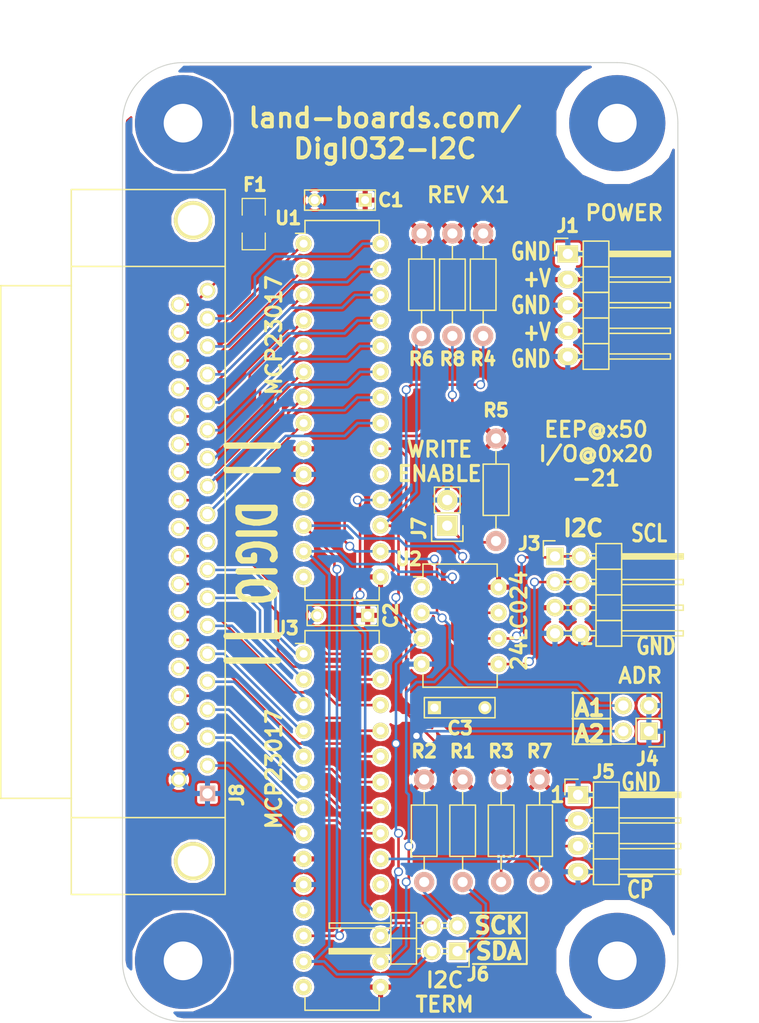
<source format=kicad_pcb>
(kicad_pcb (version 4) (host pcbnew "(after 2015-mar-04 BZR unknown)-product")
  (title_block (title "8-Channel Opto-Isolated Output I2C") (rev X1) (company land-boards.com))
  (layers (0 F.Cu signal) (31 B.Cu signal) (36 B.SilkS user) (37 F.SilkS user) (38 B.Mask user) (39 F.Mask user) (44 Edge.Cuts user))
  (net 0 "")
  (net 1 /A1)
  (net 2 /A2)
  (net 3 /SCL)
  (net 4 /SDA)
  (net 5 /VCC)
  (net 6 GND)
  (net 7 /RST)
  (net 8 /F5V)
  (net 9 "Net-(J6-Pad1)")
  (net 10 "Net-(J6-Pad3)")
  (net 11 "Net-(J7-Pad1)")
  (net 12 "Net-(J8-Pad11)")
  (net 13 "Net-(J8-Pad15)")
  (net 14 "Net-(J8-Pad16)")
  (net 15 "Net-(J8-Pad17)")
  (net 16 "Net-(J8-Pad18)")
  (net 17 "Net-(J8-Pad12)")
  (net 18 "Net-(J8-Pad13)")
  (net 19 "Net-(J8-Pad14)")
  (net 20 "Net-(J8-Pad29)")
  (net 21 "Net-(J8-Pad30)")
  (net 22 "Net-(J8-Pad31)")
  (net 23 "Net-(J8-Pad32)")
  (net 24 "Net-(J8-Pad33)")
  (net 25 "Net-(J8-Pad34)")
  (net 26 "Net-(J8-Pad35)")
  (net 27 "Net-(J8-Pad36)")
  (net 28 "Net-(J8-Pad2)")
  (net 29 "Net-(J8-Pad3)")
  (net 30 "Net-(J8-Pad4)")
  (net 31 "Net-(J8-Pad5)")
  (net 32 "Net-(J8-Pad6)")
  (net 33 "Net-(J8-Pad7)")
  (net 34 "Net-(J8-Pad8)")
  (net 35 "Net-(J8-Pad9)")
  (net 36 "Net-(J8-Pad21)")
  (net 37 "Net-(J8-Pad22)")
  (net 38 "Net-(J8-Pad23)")
  (net 39 "Net-(J8-Pad24)")
  (net 40 "Net-(J8-Pad25)")
  (net 41 "Net-(J8-Pad26)")
  (net 42 "Net-(J8-Pad27)")
  (net 43 "Net-(J8-Pad28)")
  (net 44 /INT0)
  (net 45 /INT1)
  (module MTG-6-32 (layer F.Cu) (at 16 16 180)
    (fp_text reference MTG4 hide)
    (fp_text value MTG_HOLE hide)
    (pad 1 thru_hole circle (at 0 0 180) (size 9.525 9.525) (drill 3.8354) (layers *.Cu *.Mask))
  )
  (module MTG-6-32 (layer F.Cu) (at 59 16 180)
    (fp_text reference MTG3 hide)
    (fp_text value MTG_HOLE hide)
    (pad 1 thru_hole circle (at 0 0 180) (size 9.525 9.525) (drill 3.8354) (layers *.Cu *.Mask) (clearance 1.27))
  )
  (module MTG-6-32 (layer F.Cu) (at 16 99 180)
    (fp_text reference MTG2 hide)
    (fp_text value MTG_HOLE hide)
    (pad 1 thru_hole circle (at 0 0 180) (size 9.525 9.525) (drill 3.8354) (layers *.Cu *.Mask))
  )
  (module MTG-6-32 (layer F.Cu) (at 59 99 180)
    (fp_text reference MTG1 hide)
    (fp_text value MTG_HOLE hide)
    (pad 1 thru_hole circle (at 0 0 180) (size 9.525 9.525) (drill 3.8354) (layers *.Cu *.Mask) (clearance 1.27))
  )
  (module SM1206 (layer F.Cu) (at 23 26 270)
    (fp_text reference F1 (at -3.902 -0.114 360) (layer F.SilkS) (effects (font (size 1.27 1.27) (thickness 0.3175))))
    (fp_text value FUSE hide)
    (pad 1 smd rect (at -1.651 0 270) (size 1.524 2.032) (layers F.Cu F.Mask) (net 5 /VCC))
    (pad 2 smd rect (at 1.651 0 270) (size 1.524 2.032) (layers F.Cu F.Mask) (net 8 /F5V))
  )
  (module Pin_Headers:Pin_Header_Straight_1x02 (layer F.Cu) (at 42.164 55.88 180)
    (fp_text reference J7 (at 2.794 -0.254 270) (layer F.SilkS) (effects (font (size 1.27 1.27) (thickness 0.3175))))
    (fp_text value CONN_01X02 hide)
    (pad 1 thru_hole rect (at 0 0 180) (size 2.032 2.032) (drill 1.016) (layers *.Cu *.Mask F.SilkS) (net 11 "Net-(J7-Pad1)"))
    (pad 2 thru_hole oval (at 0 2.54 180) (size 2.032 2.032) (drill 1.016) (layers *.Cu *.Mask F.SilkS) (net 6 GND))
  )
  (module Capacitors_ThroughHole:C_Rect_L7_W2_P5 (layer F.Cu) (at 34.036 23.622 180)
    (fp_text reference C1 (at -2.54 0 180) (layer F.SilkS) (effects (font (size 1.27 1.27) (thickness 0.3175))))
    (fp_text value 0.1uF hide)
    (pad 1 thru_hole rect (at 0 0 180) (size 1.3 1.3) (drill 0.8) (layers *.Cu *.Mask F.SilkS) (net 5 /VCC))
    (pad 2 thru_hole circle (at 5 0 180) (size 1.3 1.3) (drill 0.8) (layers *.Cu *.Mask F.SilkS) (net 6 GND))
  )
  (module Capacitors_ThroughHole:C_Rect_L7_W2_P5 (layer F.Cu) (at 34.29 64.77 180)
    (fp_text reference C2 (at -2.286 0 270) (layer F.SilkS) (effects (font (size 1.27 1.27) (thickness 0.3175))))
    (fp_text value 0.1uF hide)
    (pad 1 thru_hole rect (at 0 0 180) (size 1.3 1.3) (drill 0.8) (layers *.Cu *.Mask F.SilkS) (net 5 /VCC))
    (pad 2 thru_hole circle (at 5 0 180) (size 1.3 1.3) (drill 0.8) (layers *.Cu *.Mask F.SilkS) (net 6 GND))
  )
  (module Connect:DB37FC (layer F.Cu) (at 17 57.5 90)
    (fp_text reference J8 (at -25.05 4.336 270) (layer F.SilkS) (effects (font (size 1.27 1.27) (thickness 0.3175))))
    (fp_text value DB37 hide)
    (pad 1 thru_hole rect (at -24.9174 1.4224 270) (size 1.524 1.524) (drill 1.016) (layers *.Cu *.SilkS *.Mask) (net 6 GND))
    (pad 2 thru_hole circle (at -22.1488 1.4224 270) (size 1.524 1.524) (drill 1.016) (layers *.Cu *.Mask F.SilkS) (net 28 "Net-(J8-Pad2)"))
    (pad 3 thru_hole circle (at -19.3802 1.4224 270) (size 1.524 1.524) (drill 1.016) (layers *.Cu *.Mask F.SilkS) (net 29 "Net-(J8-Pad3)"))
    (pad 4 thru_hole circle (at -16.6116 1.4224 270) (size 1.524 1.524) (drill 1.016) (layers *.Cu *.Mask F.SilkS) (net 30 "Net-(J8-Pad4)"))
    (pad 5 thru_hole circle (at -13.843 1.4224 270) (size 1.524 1.524) (drill 1.016) (layers *.Cu *.Mask F.SilkS) (net 31 "Net-(J8-Pad5)"))
    (pad 6 thru_hole circle (at -11.0744 1.4224 270) (size 1.524 1.524) (drill 1.016) (layers *.Cu *.Mask F.SilkS) (net 32 "Net-(J8-Pad6)"))
    (pad 7 thru_hole circle (at -8.3058 1.4224 270) (size 1.524 1.524) (drill 1.016) (layers *.Cu *.Mask F.SilkS) (net 33 "Net-(J8-Pad7)"))
    (pad 8 thru_hole circle (at -5.5372 1.4224 270) (size 1.524 1.524) (drill 1.016) (layers *.Cu *.Mask F.SilkS) (net 34 "Net-(J8-Pad8)"))
    (pad 9 thru_hole circle (at -2.7686 1.4224 270) (size 1.524 1.524) (drill 1.016) (layers *.Cu *.Mask F.SilkS) (net 35 "Net-(J8-Pad9)"))
    (pad ? thru_hole circle (at -31.623 0 270) (size 3.81 3.81) (drill 3.048) (layers *.Cu *.Mask F.SilkS))
    (pad ? thru_hole circle (at 31.877 0 270) (size 3.81 3.81) (drill 3.048) (layers *.Cu *.Mask F.SilkS))
    (pad 10 thru_hole circle (at 0 1.4224 270) (size 1.524 1.524) (drill 1.016) (layers *.Cu *.Mask F.SilkS))
    (pad 11 thru_hole circle (at 2.7686 1.4224 270) (size 1.524 1.524) (drill 1.016) (layers *.Cu *.Mask F.SilkS) (net 12 "Net-(J8-Pad11)"))
    (pad 12 thru_hole circle (at 5.5372 1.4224 270) (size 1.524 1.524) (drill 1.016) (layers *.Cu *.Mask F.SilkS) (net 17 "Net-(J8-Pad12)"))
    (pad 13 thru_hole circle (at 8.3058 1.4224 270) (size 1.524 1.524) (drill 1.016) (layers *.Cu *.Mask F.SilkS) (net 18 "Net-(J8-Pad13)"))
    (pad 14 thru_hole circle (at 11.0744 1.4224 270) (size 1.524 1.524) (drill 1.016) (layers *.Cu *.Mask F.SilkS) (net 19 "Net-(J8-Pad14)"))
    (pad 15 thru_hole circle (at 13.843 1.4224 270) (size 1.524 1.524) (drill 1.016) (layers *.Cu *.Mask F.SilkS) (net 13 "Net-(J8-Pad15)"))
    (pad 16 thru_hole circle (at 16.6116 1.4224 270) (size 1.524 1.524) (drill 1.016) (layers *.Cu *.Mask F.SilkS) (net 14 "Net-(J8-Pad16)"))
    (pad 17 thru_hole circle (at 19.3802 1.4224 270) (size 1.524 1.524) (drill 1.016) (layers *.Cu *.Mask F.SilkS) (net 15 "Net-(J8-Pad17)"))
    (pad 18 thru_hole circle (at 22.1488 1.4224 270) (size 1.524 1.524) (drill 1.016) (layers *.Cu *.Mask F.SilkS) (net 16 "Net-(J8-Pad18)"))
    (pad 19 thru_hole circle (at 24.9174 1.4224 270) (size 1.524 1.524) (drill 1.016) (layers *.Cu *.Mask F.SilkS) (net 8 /F5V))
    (pad 20 thru_hole circle (at -23.5458 -1.4224 270) (size 1.524 1.524) (drill 1.016) (layers *.Cu *.Mask F.SilkS) (net 6 GND))
    (pad 21 thru_hole circle (at -20.7772 -1.4224 270) (size 1.524 1.524) (drill 1.016) (layers *.Cu *.Mask F.SilkS) (net 36 "Net-(J8-Pad21)"))
    (pad 22 thru_hole circle (at -18.0086 -1.4224 270) (size 1.524 1.524) (drill 1.016) (layers *.Cu *.Mask F.SilkS) (net 37 "Net-(J8-Pad22)"))
    (pad 23 thru_hole circle (at -15.24 -1.4224 270) (size 1.524 1.524) (drill 1.016) (layers *.Cu *.Mask F.SilkS) (net 38 "Net-(J8-Pad23)"))
    (pad 24 thru_hole circle (at -12.4714 -1.4224 270) (size 1.524 1.524) (drill 1.016) (layers *.Cu *.Mask F.SilkS) (net 39 "Net-(J8-Pad24)"))
    (pad 25 thru_hole circle (at -9.7028 -1.4224 270) (size 1.524 1.524) (drill 1.016) (layers *.Cu *.Mask F.SilkS) (net 40 "Net-(J8-Pad25)"))
    (pad 26 thru_hole circle (at -6.9342 -1.4224 270) (size 1.524 1.524) (drill 1.016) (layers *.Cu *.Mask F.SilkS) (net 41 "Net-(J8-Pad26)"))
    (pad 27 thru_hole circle (at -4.1656 -1.4224 270) (size 1.524 1.524) (drill 1.016) (layers *.Cu *.Mask F.SilkS) (net 42 "Net-(J8-Pad27)"))
    (pad 28 thru_hole circle (at -1.397 -1.4224 270) (size 1.524 1.524) (drill 1.016) (layers *.Cu *.Mask F.SilkS) (net 43 "Net-(J8-Pad28)"))
    (pad 29 thru_hole circle (at 1.3716 -1.4224 270) (size 1.524 1.524) (drill 1.016) (layers *.Cu *.Mask F.SilkS) (net 20 "Net-(J8-Pad29)"))
    (pad 30 thru_hole circle (at 4.1402 -1.4224 270) (size 1.524 1.524) (drill 1.016) (layers *.Cu *.Mask F.SilkS) (net 21 "Net-(J8-Pad30)"))
    (pad 31 thru_hole circle (at 6.9088 -1.4224 270) (size 1.524 1.524) (drill 1.016) (layers *.Cu *.Mask F.SilkS) (net 22 "Net-(J8-Pad31)"))
    (pad 32 thru_hole circle (at 9.6774 -1.4224 270) (size 1.524 1.524) (drill 1.016) (layers *.Cu *.Mask F.SilkS) (net 23 "Net-(J8-Pad32)"))
    (pad 33 thru_hole circle (at 12.446 -1.4224 270) (size 1.524 1.524) (drill 1.016) (layers *.Cu *.Mask F.SilkS) (net 24 "Net-(J8-Pad33)"))
    (pad 34 thru_hole circle (at 15.2146 -1.4224 270) (size 1.524 1.524) (drill 1.016) (layers *.Cu *.Mask F.SilkS) (net 25 "Net-(J8-Pad34)"))
    (pad 35 thru_hole circle (at 17.9832 -1.4224 270) (size 1.524 1.524) (drill 1.016) (layers *.Cu *.Mask F.SilkS) (net 26 "Net-(J8-Pad35)"))
    (pad 36 thru_hole circle (at 20.7518 -1.4224 270) (size 1.524 1.524) (drill 1.016) (layers *.Cu *.Mask F.SilkS) (net 27 "Net-(J8-Pad36)"))
    (pad 37 thru_hole circle (at 23.5204 -1.4224 270) (size 1.524 1.524) (drill 1.016) (layers *.Cu *.Mask F.SilkS) (net 8 /F5V))
  )
  (module Housings_DIP:DIP-28_W7.62mm (layer F.Cu) (at 27.94 68.58)
    (fp_text reference U3 (at -1.778 -2.54) (layer F.SilkS) (effects (font (size 1.27 1.27) (thickness 0.3175))))
    (fp_text value MCP23017P hide)
    (pad 1 thru_hole oval (at 0 0) (size 1.6 1.6) (drill 0.8) (layers *.Cu *.Mask F.SilkS) (net 35 "Net-(J8-Pad9)"))
    (pad 2 thru_hole oval (at 0 2.54) (size 1.6 1.6) (drill 0.8) (layers *.Cu *.Mask F.SilkS) (net 34 "Net-(J8-Pad8)"))
    (pad 3 thru_hole oval (at 0 5.08) (size 1.6 1.6) (drill 0.8) (layers *.Cu *.Mask F.SilkS) (net 33 "Net-(J8-Pad7)"))
    (pad 4 thru_hole oval (at 0 7.62) (size 1.6 1.6) (drill 0.8) (layers *.Cu *.Mask F.SilkS) (net 32 "Net-(J8-Pad6)"))
    (pad 5 thru_hole oval (at 0 10.16) (size 1.6 1.6) (drill 0.8) (layers *.Cu *.Mask F.SilkS) (net 31 "Net-(J8-Pad5)"))
    (pad 6 thru_hole oval (at 0 12.7) (size 1.6 1.6) (drill 0.8) (layers *.Cu *.Mask F.SilkS) (net 30 "Net-(J8-Pad4)"))
    (pad 7 thru_hole oval (at 0 15.24) (size 1.6 1.6) (drill 0.8) (layers *.Cu *.Mask F.SilkS) (net 29 "Net-(J8-Pad3)"))
    (pad 8 thru_hole oval (at 0 17.78) (size 1.6 1.6) (drill 0.8) (layers *.Cu *.Mask F.SilkS) (net 28 "Net-(J8-Pad2)"))
    (pad 9 thru_hole oval (at 0 20.32) (size 1.6 1.6) (drill 0.8) (layers *.Cu *.Mask F.SilkS) (net 5 /VCC))
    (pad 10 thru_hole oval (at 0 22.86) (size 1.6 1.6) (drill 0.8) (layers *.Cu *.Mask F.SilkS) (net 6 GND))
    (pad 11 thru_hole oval (at 0 25.4) (size 1.6 1.6) (drill 0.8) (layers *.Cu *.Mask F.SilkS))
    (pad 12 thru_hole oval (at 0 27.94) (size 1.6 1.6) (drill 0.8) (layers *.Cu *.Mask F.SilkS) (net 3 /SCL))
    (pad 13 thru_hole oval (at 0 30.48) (size 1.6 1.6) (drill 0.8) (layers *.Cu *.Mask F.SilkS) (net 4 /SDA))
    (pad 14 thru_hole oval (at 0 33.02) (size 1.6 1.6) (drill 0.8) (layers *.Cu *.Mask F.SilkS))
    (pad 15 thru_hole oval (at 7.62 33.02) (size 1.6 1.6) (drill 0.8) (layers *.Cu *.Mask F.SilkS) (net 5 /VCC))
    (pad 16 thru_hole oval (at 7.62 30.48) (size 1.6 1.6) (drill 0.8) (layers *.Cu *.Mask F.SilkS) (net 1 /A1))
    (pad 17 thru_hole oval (at 7.62 27.94) (size 1.6 1.6) (drill 0.8) (layers *.Cu *.Mask F.SilkS) (net 2 /A2))
    (pad 18 thru_hole oval (at 7.62 25.4) (size 1.6 1.6) (drill 0.8) (layers *.Cu *.Mask F.SilkS) (net 7 /RST))
    (pad 19 thru_hole oval (at 7.62 22.86) (size 1.6 1.6) (drill 0.8) (layers *.Cu *.Mask F.SilkS))
    (pad 20 thru_hole oval (at 7.62 20.32) (size 1.6 1.6) (drill 0.8) (layers *.Cu *.Mask F.SilkS) (net 44 /INT0))
    (pad 21 thru_hole oval (at 7.62 17.78) (size 1.6 1.6) (drill 0.8) (layers *.Cu *.Mask F.SilkS) (net 36 "Net-(J8-Pad21)"))
    (pad 22 thru_hole oval (at 7.62 15.24) (size 1.6 1.6) (drill 0.8) (layers *.Cu *.Mask F.SilkS) (net 37 "Net-(J8-Pad22)"))
    (pad 23 thru_hole oval (at 7.62 12.7) (size 1.6 1.6) (drill 0.8) (layers *.Cu *.Mask F.SilkS) (net 38 "Net-(J8-Pad23)"))
    (pad 24 thru_hole oval (at 7.62 10.16) (size 1.6 1.6) (drill 0.8) (layers *.Cu *.Mask F.SilkS) (net 39 "Net-(J8-Pad24)"))
    (pad 25 thru_hole oval (at 7.62 7.62) (size 1.6 1.6) (drill 0.8) (layers *.Cu *.Mask F.SilkS) (net 40 "Net-(J8-Pad25)"))
    (pad 26 thru_hole oval (at 7.62 5.08) (size 1.6 1.6) (drill 0.8) (layers *.Cu *.Mask F.SilkS) (net 41 "Net-(J8-Pad26)"))
    (pad 27 thru_hole oval (at 7.62 2.54) (size 1.6 1.6) (drill 0.8) (layers *.Cu *.Mask F.SilkS) (net 42 "Net-(J8-Pad27)"))
    (pad 28 thru_hole oval (at 7.62 0) (size 1.6 1.6) (drill 0.8) (layers *.Cu *.Mask F.SilkS) (net 43 "Net-(J8-Pad28)"))
  )
  (module Housings_DIP:DIP-28_W7.62mm (layer F.Cu) (at 27.94 27.94)
    (fp_text reference U1 (at -1.524 -2.54) (layer F.SilkS) (effects (font (size 1.27 1.27) (thickness 0.3175))))
    (fp_text value MCP23017P hide)
    (pad 1 thru_hole oval (at 0 0) (size 1.6 1.6) (drill 0.8) (layers *.Cu *.Mask F.SilkS) (net 27 "Net-(J8-Pad36)"))
    (pad 2 thru_hole oval (at 0 2.54) (size 1.6 1.6) (drill 0.8) (layers *.Cu *.Mask F.SilkS) (net 26 "Net-(J8-Pad35)"))
    (pad 3 thru_hole oval (at 0 5.08) (size 1.6 1.6) (drill 0.8) (layers *.Cu *.Mask F.SilkS) (net 25 "Net-(J8-Pad34)"))
    (pad 4 thru_hole oval (at 0 7.62) (size 1.6 1.6) (drill 0.8) (layers *.Cu *.Mask F.SilkS) (net 24 "Net-(J8-Pad33)"))
    (pad 5 thru_hole oval (at 0 10.16) (size 1.6 1.6) (drill 0.8) (layers *.Cu *.Mask F.SilkS) (net 23 "Net-(J8-Pad32)"))
    (pad 6 thru_hole oval (at 0 12.7) (size 1.6 1.6) (drill 0.8) (layers *.Cu *.Mask F.SilkS) (net 22 "Net-(J8-Pad31)"))
    (pad 7 thru_hole oval (at 0 15.24) (size 1.6 1.6) (drill 0.8) (layers *.Cu *.Mask F.SilkS) (net 21 "Net-(J8-Pad30)"))
    (pad 8 thru_hole oval (at 0 17.78) (size 1.6 1.6) (drill 0.8) (layers *.Cu *.Mask F.SilkS) (net 20 "Net-(J8-Pad29)"))
    (pad 9 thru_hole oval (at 0 20.32) (size 1.6 1.6) (drill 0.8) (layers *.Cu *.Mask F.SilkS) (net 5 /VCC))
    (pad 10 thru_hole oval (at 0 22.86) (size 1.6 1.6) (drill 0.8) (layers *.Cu *.Mask F.SilkS) (net 6 GND))
    (pad 11 thru_hole oval (at 0 25.4) (size 1.6 1.6) (drill 0.8) (layers *.Cu *.Mask F.SilkS))
    (pad 12 thru_hole oval (at 0 27.94) (size 1.6 1.6) (drill 0.8) (layers *.Cu *.Mask F.SilkS) (net 3 /SCL))
    (pad 13 thru_hole oval (at 0 30.48) (size 1.6 1.6) (drill 0.8) (layers *.Cu *.Mask F.SilkS) (net 4 /SDA))
    (pad 14 thru_hole oval (at 0 33.02) (size 1.6 1.6) (drill 0.8) (layers *.Cu *.Mask F.SilkS))
    (pad 15 thru_hole oval (at 7.62 33.02) (size 1.6 1.6) (drill 0.8) (layers *.Cu *.Mask F.SilkS) (net 5 /VCC))
    (pad 16 thru_hole oval (at 7.62 30.48) (size 1.6 1.6) (drill 0.8) (layers *.Cu *.Mask F.SilkS) (net 1 /A1))
    (pad 17 thru_hole oval (at 7.62 27.94) (size 1.6 1.6) (drill 0.8) (layers *.Cu *.Mask F.SilkS) (net 2 /A2))
    (pad 18 thru_hole oval (at 7.62 25.4) (size 1.6 1.6) (drill 0.8) (layers *.Cu *.Mask F.SilkS) (net 7 /RST))
    (pad 19 thru_hole oval (at 7.62 22.86) (size 1.6 1.6) (drill 0.8) (layers *.Cu *.Mask F.SilkS))
    (pad 20 thru_hole oval (at 7.62 20.32) (size 1.6 1.6) (drill 0.8) (layers *.Cu *.Mask F.SilkS) (net 45 /INT1))
    (pad 21 thru_hole oval (at 7.62 17.78) (size 1.6 1.6) (drill 0.8) (layers *.Cu *.Mask F.SilkS) (net 12 "Net-(J8-Pad11)"))
    (pad 22 thru_hole oval (at 7.62 15.24) (size 1.6 1.6) (drill 0.8) (layers *.Cu *.Mask F.SilkS) (net 17 "Net-(J8-Pad12)"))
    (pad 23 thru_hole oval (at 7.62 12.7) (size 1.6 1.6) (drill 0.8) (layers *.Cu *.Mask F.SilkS) (net 18 "Net-(J8-Pad13)"))
    (pad 24 thru_hole oval (at 7.62 10.16) (size 1.6 1.6) (drill 0.8) (layers *.Cu *.Mask F.SilkS) (net 19 "Net-(J8-Pad14)"))
    (pad 25 thru_hole oval (at 7.62 7.62) (size 1.6 1.6) (drill 0.8) (layers *.Cu *.Mask F.SilkS) (net 13 "Net-(J8-Pad15)"))
    (pad 26 thru_hole oval (at 7.62 5.08) (size 1.6 1.6) (drill 0.8) (layers *.Cu *.Mask F.SilkS) (net 14 "Net-(J8-Pad16)"))
    (pad 27 thru_hole oval (at 7.62 2.54) (size 1.6 1.6) (drill 0.8) (layers *.Cu *.Mask F.SilkS) (net 15 "Net-(J8-Pad17)"))
    (pad 28 thru_hole oval (at 7.62 0) (size 1.6 1.6) (drill 0.8) (layers *.Cu *.Mask F.SilkS) (net 16 "Net-(J8-Pad18)"))
  )
  (module Housings_DIP:DIP-8_W7.62mm (layer F.Cu) (at 39.624 61.976)
    (fp_text reference U2 (at -1.27 -2.794) (layer F.SilkS) (effects (font (size 1.27 1.27) (thickness 0.3175))))
    (fp_text value 24C01 hide)
    (pad 1 thru_hole oval (at 0 0) (size 1.6 1.6) (drill 0.8) (layers *.Cu *.Mask F.SilkS))
    (pad 2 thru_hole oval (at 0 2.54) (size 1.6 1.6) (drill 0.8) (layers *.Cu *.Mask F.SilkS) (net 1 /A1))
    (pad 3 thru_hole oval (at 0 5.08) (size 1.6 1.6) (drill 0.8) (layers *.Cu *.Mask F.SilkS) (net 2 /A2))
    (pad 4 thru_hole oval (at 0 7.62) (size 1.6 1.6) (drill 0.8) (layers *.Cu *.Mask F.SilkS) (net 6 GND))
    (pad 5 thru_hole oval (at 7.62 7.62) (size 1.6 1.6) (drill 0.8) (layers *.Cu *.Mask F.SilkS) (net 4 /SDA))
    (pad 6 thru_hole oval (at 7.62 5.08) (size 1.6 1.6) (drill 0.8) (layers *.Cu *.Mask F.SilkS) (net 3 /SCL))
    (pad 7 thru_hole oval (at 7.62 2.54) (size 1.6 1.6) (drill 0.8) (layers *.Cu *.Mask F.SilkS) (net 11 "Net-(J7-Pad1)"))
    (pad 8 thru_hole oval (at 7.62 0) (size 1.6 1.6) (drill 0.8) (layers *.Cu *.Mask F.SilkS) (net 5 /VCC))
  )
  (module Pin_Headers:Pin_Header_Straight_2x02 (layer F.Cu) (at 62.133 76.246 180)
    (fp_text reference J4 (at 0.157 -2.748 180) (layer F.SilkS) (effects (font (size 1.27 1.27) (thickness 0.3175))))
    (fp_text value CONN_02X02 hide)
    (pad 1 thru_hole rect (at 0 0 180) (size 1.7272 1.7272) (drill 1.016) (layers *.Cu *.Mask F.SilkS) (net 6 GND))
    (pad 2 thru_hole oval (at 2.54 0 180) (size 1.7272 1.7272) (drill 1.016) (layers *.Cu *.Mask F.SilkS) (net 2 /A2))
    (pad 3 thru_hole oval (at 0 2.54 180) (size 1.7272 1.7272) (drill 1.016) (layers *.Cu *.Mask F.SilkS) (net 6 GND))
    (pad 4 thru_hole oval (at 2.54 2.54 180) (size 1.7272 1.7272) (drill 1.016) (layers *.Cu *.Mask F.SilkS) (net 1 /A1))
  )
  (module Pin_Headers:Pin_Header_Angled_2x04 (layer F.Cu) (at 52.832 58.928)
    (fp_text reference J3 (at -2.54 -1.27) (layer F.SilkS) (effects (font (size 1.27 1.27) (thickness 0.3175))))
    (fp_text value CONN_02X04 hide)
    (pad 1 thru_hole rect (at 0 0) (size 1.7272 1.7272) (drill 1.016) (layers *.Cu *.Mask F.SilkS) (net 3 /SCL))
    (pad 2 thru_hole oval (at 2.54 0) (size 1.7272 1.7272) (drill 1.016) (layers *.Cu *.Mask F.SilkS) (net 3 /SCL))
    (pad 3 thru_hole oval (at 0 2.54) (size 1.7272 1.7272) (drill 1.016) (layers *.Cu *.Mask F.SilkS) (net 4 /SDA))
    (pad 4 thru_hole oval (at 2.54 2.54) (size 1.7272 1.7272) (drill 1.016) (layers *.Cu *.Mask F.SilkS) (net 4 /SDA))
    (pad 5 thru_hole oval (at 0 5.08) (size 1.7272 1.7272) (drill 1.016) (layers *.Cu *.Mask F.SilkS) (net 5 /VCC))
    (pad 6 thru_hole oval (at 2.54 5.08) (size 1.7272 1.7272) (drill 1.016) (layers *.Cu *.Mask F.SilkS) (net 5 /VCC))
    (pad 7 thru_hole oval (at 0 7.62) (size 1.7272 1.7272) (drill 1.016) (layers *.Cu *.Mask F.SilkS) (net 6 GND))
    (pad 8 thru_hole oval (at 2.54 7.62) (size 1.7272 1.7272) (drill 1.016) (layers *.Cu *.Mask F.SilkS) (net 6 GND))
  )
  (module Pin_Headers:Pin_Header_Angled_1x05 (layer F.Cu) (at 54.102 28.956)
    (fp_text reference J1 (at 0 -2.794) (layer F.SilkS) (effects (font (size 1.27 1.27) (thickness 0.3175))))
    (fp_text value CONN_01X05 hide)
    (pad 1 thru_hole rect (at 0 0) (size 2.032 1.7272) (drill 1.016) (layers *.Cu *.Mask F.SilkS) (net 6 GND))
    (pad 2 thru_hole oval (at 0 2.54) (size 2.032 1.7272) (drill 1.016) (layers *.Cu *.Mask F.SilkS) (net 5 /VCC))
    (pad 3 thru_hole oval (at 0 5.08) (size 2.032 1.7272) (drill 1.016) (layers *.Cu *.Mask F.SilkS) (net 6 GND))
    (pad 4 thru_hole oval (at 0 7.62) (size 2.032 1.7272) (drill 1.016) (layers *.Cu *.Mask F.SilkS) (net 5 /VCC))
    (pad 5 thru_hole oval (at 0 10.16) (size 2.032 1.7272) (drill 1.016) (layers *.Cu *.Mask F.SilkS) (net 6 GND))
  )
  (module Resistors_ThroughHole:Resistor_Horizontal_RM10mm (layer F.Cu) (at 43.688 91.186 90)
    (fp_text reference R1 (at 12.954 0 180) (layer F.SilkS) (effects (font (size 1.27 1.27) (thickness 0.3175))))
    (fp_text value 2.2K hide)
    (pad 1 thru_hole circle (at 0 0 90) (size 1.99898 1.99898) (drill 1.00076) (layers *.Cu *.SilkS *.Mask) (net 9 "Net-(J6-Pad1)"))
    (pad 2 thru_hole circle (at 10.16 0 90) (size 1.99898 1.99898) (drill 1.00076) (layers *.Cu *.SilkS *.Mask) (net 5 /VCC))
  )
  (module Resistors_ThroughHole:Resistor_Horizontal_RM10mm (layer F.Cu) (at 39.878 91.186 90)
    (fp_text reference R2 (at 12.954 0 180) (layer F.SilkS) (effects (font (size 1.27 1.27) (thickness 0.3175))))
    (fp_text value 2.2K hide)
    (pad 1 thru_hole circle (at 0 0 90) (size 1.99898 1.99898) (drill 1.00076) (layers *.Cu *.SilkS *.Mask) (net 10 "Net-(J6-Pad3)"))
    (pad 2 thru_hole circle (at 10.16 0 90) (size 1.99898 1.99898) (drill 1.00076) (layers *.Cu *.SilkS *.Mask) (net 5 /VCC))
  )
  (module Resistors_ThroughHole:Resistor_Horizontal_RM10mm (layer F.Cu) (at 47.498 91.186 90)
    (fp_text reference R3 (at 12.954 0 180) (layer F.SilkS) (effects (font (size 1.27 1.27) (thickness 0.3175))))
    (fp_text value 10K hide)
    (pad 1 thru_hole circle (at 0 0 90) (size 1.99898 1.99898) (drill 1.00076) (layers *.Cu *.SilkS *.Mask) (net 45 /INT1))
    (pad 2 thru_hole circle (at 10.16 0 90) (size 1.99898 1.99898) (drill 1.00076) (layers *.Cu *.SilkS *.Mask) (net 5 /VCC))
  )
  (module Resistors_ThroughHole:Resistor_Horizontal_RM10mm (layer F.Cu) (at 45.72 37.084 90)
    (fp_text reference R4 (at -2.286 0 180) (layer F.SilkS) (effects (font (size 1.27 1.27) (thickness 0.3175))))
    (fp_text value 10K hide)
    (pad 1 thru_hole circle (at 0 0 90) (size 1.99898 1.99898) (drill 1.00076) (layers *.Cu *.SilkS *.Mask) (net 7 /RST))
    (pad 2 thru_hole circle (at 10.16 0 90) (size 1.99898 1.99898) (drill 1.00076) (layers *.Cu *.SilkS *.Mask) (net 5 /VCC))
  )
  (module Resistors_ThroughHole:Resistor_Horizontal_RM10mm (layer F.Cu) (at 46.99 57.404 90)
    (fp_text reference R5 (at 12.954 0 180) (layer F.SilkS) (effects (font (size 1.27 1.27) (thickness 0.3175))))
    (fp_text value 1K hide)
    (pad 1 thru_hole circle (at 0 0 90) (size 1.99898 1.99898) (drill 1.00076) (layers *.Cu *.SilkS *.Mask) (net 11 "Net-(J7-Pad1)"))
    (pad 2 thru_hole circle (at 10.16 0 90) (size 1.99898 1.99898) (drill 1.00076) (layers *.Cu *.SilkS *.Mask) (net 5 /VCC))
  )
  (module Resistors_ThroughHole:Resistor_Horizontal_RM10mm (layer F.Cu) (at 39.624 37.084 90)
    (fp_text reference R6 (at -2.286 0 180) (layer F.SilkS) (effects (font (size 1.27 1.27) (thickness 0.3175))))
    (fp_text value 10K hide)
    (pad 1 thru_hole circle (at 0 0 90) (size 1.99898 1.99898) (drill 1.00076) (layers *.Cu *.SilkS *.Mask) (net 2 /A2))
    (pad 2 thru_hole circle (at 10.16 0 90) (size 1.99898 1.99898) (drill 1.00076) (layers *.Cu *.SilkS *.Mask) (net 5 /VCC))
  )
  (module Resistors_ThroughHole:Resistor_Horizontal_RM10mm (layer F.Cu) (at 51.308 91.186 90)
    (fp_text reference R7 (at 12.954 0 180) (layer F.SilkS) (effects (font (size 1.27 1.27) (thickness 0.3175))))
    (fp_text value 10K hide)
    (pad 1 thru_hole circle (at 0 0 90) (size 1.99898 1.99898) (drill 1.00076) (layers *.Cu *.SilkS *.Mask) (net 44 /INT0))
    (pad 2 thru_hole circle (at 10.16 0 90) (size 1.99898 1.99898) (drill 1.00076) (layers *.Cu *.SilkS *.Mask) (net 5 /VCC))
  )
  (module Resistors_ThroughHole:Resistor_Horizontal_RM10mm (layer F.Cu) (at 42.672 37.084 90)
    (fp_text reference R8 (at -2.286 0 180) (layer F.SilkS) (effects (font (size 1.27 1.27) (thickness 0.3175))))
    (fp_text value 10K hide)
    (pad 1 thru_hole circle (at 0 0 90) (size 1.99898 1.99898) (drill 1.00076) (layers *.Cu *.SilkS *.Mask) (net 1 /A1))
    (pad 2 thru_hole circle (at 10.16 0 90) (size 1.99898 1.99898) (drill 1.00076) (layers *.Cu *.SilkS *.Mask) (net 5 /VCC))
  )
  (module Pin_Headers:Pin_Header_Angled_2x02 (layer F.Cu) (at 43.18 98.044 180)
    (fp_text reference J6 (at -2.032 -2.286 180) (layer F.SilkS) (effects (font (size 1.27 1.27) (thickness 0.3175))))
    (fp_text value CONN_02X02 hide)
    (pad 1 thru_hole rect (at 0 0 180) (size 1.7272 1.7272) (drill 1.016) (layers *.Cu *.Mask F.SilkS) (net 9 "Net-(J6-Pad1)"))
    (pad 2 thru_hole oval (at 2.54 0 180) (size 1.7272 1.7272) (drill 1.016) (layers *.Cu *.Mask F.SilkS) (net 4 /SDA))
    (pad 3 thru_hole oval (at 0 2.54 180) (size 1.7272 1.7272) (drill 1.016) (layers *.Cu *.Mask F.SilkS) (net 10 "Net-(J6-Pad3)"))
    (pad 4 thru_hole oval (at 2.54 2.54 180) (size 1.7272 1.7272) (drill 1.016) (layers *.Cu *.Mask F.SilkS) (net 3 /SCL))
  )
  (module Pin_Headers:Pin_Header_Angled_1x04 (layer F.Cu) (at 55.118 82.55)
    (fp_text reference J5 (at 2.54 -2.286) (layer F.SilkS) (effects (font (size 1.27 1.27) (thickness 0.3175))))
    (fp_text value CONN_01X04 hide)
    (pad 1 thru_hole rect (at 0 0) (size 2.032 1.7272) (drill 1.016) (layers *.Cu *.Mask F.SilkS) (net 6 GND))
    (pad 2 thru_hole oval (at 0 2.54) (size 2.032 1.7272) (drill 1.016) (layers *.Cu *.Mask F.SilkS) (net 45 /INT1))
    (pad 3 thru_hole oval (at 0 5.08) (size 2.032 1.7272) (drill 1.016) (layers *.Cu *.Mask F.SilkS) (net 44 /INT0))
    (pad 4 thru_hole oval (at 0 7.62) (size 2.032 1.7272) (drill 1.016) (layers *.Cu *.Mask F.SilkS) (net 6 GND))
  )
  (module Capacitors_ThroughHole:C_Rect_L7_W2_P5 (layer F.Cu) (at 40.894 73.914)
    (fp_text reference C3 (at 2.54 2.032) (layer F.SilkS) (effects (font (size 1.27 1.27) (thickness 0.3175))))
    (fp_text value 0.1uF hide)
    (pad 1 thru_hole rect (at 0 0) (size 1.3 1.3) (drill 0.8) (layers *.Cu *.Mask F.SilkS) (net 5 /VCC))
    (pad 2 thru_hole circle (at 5 0) (size 1.3 1.3) (drill 0.8) (layers *.Cu *.Mask F.SilkS) (net 6 GND))
  )
  (gr_text ~CP (at 62.738 91.948) (layer F.SilkS) (effects (font (size 1.651 1.27) (thickness 0.3)) (justify right)))
  (gr_text SCL (at 60.198 56.642) (layer F.SilkS) (effects (font (size 1.651 1.27) (thickness 0.3)) (justify left)))
  (gr_line (start 50.038 96.774) (end 44.45 96.774) (angle 90) (layer F.SilkS) (width 0.2))
  (gr_line (start 50.038 99.314) (end 44.704 99.314) (angle 90) (layer F.SilkS) (width 0.2))
  (gr_line (start 50.038 94.234) (end 50.038 99.314) (angle 90) (layer F.SilkS) (width 0.2))
  (gr_line (start 44.45 94.234) (end 50.038 94.234) (angle 90) (layer F.SilkS) (width 0.2))
  (gr_line (start 54.61 72.39) (end 54.61 77.47) (angle 90) (layer F.SilkS) (width 0.2))
  (gr_text "A1\nA2" (at 56.27 75.222) (layer F.SilkS) (effects (font (size 1.5875 1.5875) (thickness 0.396875))))
  (gr_line (start 59 105) (end 16 105) (angle 90) (layer Edge.Cuts) (width 0.1))
  (gr_line (start 16 10) (end 59 10) (angle 90) (layer Edge.Cuts) (width 0.1))
  (gr_text MCP23017 (at 25 37 90) (layer F.SilkS) (effects (font (size 1.5 1.5) (thickness 0.3))))
  (gr_line (start 54.35 59.046) (end 56.89 59.046) (angle 90) (layer F.SilkS) (width 0.2))
  (gr_line (start 54.35 61.586) (end 56.89 61.586) (angle 90) (layer F.SilkS) (width 0.2))
  (gr_line (start 54.556 72.46) (end 58.366 72.46) (angle 90) (layer F.SilkS) (width 0.2))
  (gr_line (start 54.556 75) (end 58.366 75) (angle 90) (layer F.SilkS) (width 0.2))
  (gr_line (start 58.366 77.54) (end 58.366 75.254) (angle 90) (layer F.SilkS) (width 0.2))
  (gr_line (start 54.556 77.54) (end 58.366 77.54) (angle 90) (layer F.SilkS) (width 0.2))
  (gr_text POWER (at 59.69 24.892) (layer F.SilkS) (effects (font (size 1.5 1.5) (thickness 0.3))))
  (gr_text "WRITE\nENABLE" (at 41.402 49.53) (layer F.SilkS) (effects (font (size 1.5 1.5) (thickness 0.3))))
  (gr_text 24LC024 (at 49.276 65.278 90) (layer F.SilkS) (effects (font (size 1.5 1.5) (thickness 0.3))))
  (gr_text MCP23017 (at 25 80 90) (layer F.SilkS) (effects (font (size 1.5 1.5) (thickness 0.3))))
  (gr_text "SCK\nSDA" (at 47.244 96.774) (layer F.SilkS) (effects (font (size 1.5875 1.5875) (thickness 0.396875))))
  (gr_text "I2C\nTERM" (at 41.91 102.108) (layer F.SilkS) (effects (font (size 1.5 1.5) (thickness 0.3))))
  (gr_text ADR (at 58.928 70.739) (layer F.SilkS) (effects (font (size 1.5 1.5) (thickness 0.3)) (justify left)))
  (gr_text 1 (at 53.086 82.55) (layer F.SilkS) (effects (font (size 1.5 1.5) (thickness 0.3))))
  (gr_text 1 (at 55.958 66.896) (layer F.SilkS) (effects (font (size 1.5 1.5) (thickness 0.3))))
  (gr_text "GND\n+V\nGND\n+V\nGND" (at 52.578 34.036) (layer F.SilkS) (effects (font (size 1.651 1.27) (thickness 0.3)) (justify right)))
  (gr_text GND (at 63.5 81.28) (layer F.SilkS) (effects (font (size 1.651 1.27) (thickness 0.3)) (justify right)))
  (gr_line (start 10 99) (end 10 16) (angle 90) (layer Edge.Cuts) (width 0.1))
  (gr_line (start 65 16) (end 65 99) (angle 90) (layer Edge.Cuts) (width 0.1))
  (gr_arc (start 16 99) (end 16 105) (angle 90) (layer Edge.Cuts) (width 0.1))
  (gr_arc (start 59 99) (end 65 99) (angle 90) (layer Edge.Cuts) (width 0.1))
  (gr_arc (start 59 16) (end 59 10) (angle 90) (layer Edge.Cuts) (width 0.1))
  (gr_arc (start 16 16) (end 10 16) (angle 90) (layer Edge.Cuts) (width 0.1))
  (gr_text "EEP@x50\nI/O@0x20\n-21" (at 56.896 48.768) (layer F.SilkS) (effects (font (size 1.5 1.5) (thickness 0.3))))
  (gr_text "land-boards.com/\nDigIO32-I2C" (at 36 17) (layer F.SilkS) (effects (font (size 1.905 1.905) (thickness 0.381))))
  (gr_text I2C (at 55.626 56.134) (layer F.SilkS) (effects (font (size 1.5875 1.5875) (thickness 0.396875))))
  (gr_text GND (at 60.706 67.818) (layer F.SilkS) (effects (font (size 1.651 1.27) (thickness 0.3)) (justify left)))
  (gr_text "|| DIGIO ||" (at 23.114 70.866 270) (layer F.SilkS) (effects (font (size 3.556 2.54) (thickness 0.635)) (justify right)))
  (gr_text "REV X1" (at 48.514 23.114) (layer F.SilkS) (effects (font (size 1.5 1.5) (thickness 0.3)) (justify right)))
  (segment (start 38.1 77.978) (end 38.1 72.39) (width 0.254) (layer B.Cu) (net 1))
  (segment (start 40.894 71.374) (end 42.418 69.85) (width 0.254) (layer B.Cu) (net 1))
  (segment (start 39.116 71.374) (end 40.894 71.374) (width 0.254) (layer B.Cu) (net 1))
  (segment (start 38.1 72.39) (end 39.116 71.374) (width 0.254) (layer B.Cu) (net 1))
  (segment (start 59.593 73.706) (end 57.196 73.706) (width 0.254) (layer B.Cu) (net 1))
  (segment (start 57.196 73.706) (end 55.118 71.628) (width 0.254) (layer B.Cu) (net 1))
  (segment (start 55.118 71.628) (end 44.196 71.628) (width 0.254) (layer B.Cu) (net 1))
  (segment (start 44.196 71.628) (end 42.418 69.85) (width 0.254) (layer B.Cu) (net 1))
  (segment (start 42.418 69.85) (end 42.418 65.786) (width 0.254) (layer B.Cu) (net 1))
  (segment (start 42.418 65.786) (end 41.656 65.024) (width 0.254) (layer B.Cu) (net 1))
  (segment (start 41.656 65.024) (end 41.148 64.516) (width 0.254) (layer B.Cu) (net 1))
  (segment (start 41.148 64.516) (end 39.624 64.516) (width 0.254) (layer B.Cu) (net 1))
  (segment (start 36.576 99.06) (end 38.1 97.536) (width 0.254) (layer B.Cu) (net 1))
  (segment (start 38.1 97.536) (end 38.1 91.186) (width 0.254) (layer B.Cu) (net 1))
  (via (at 38.1 91.186) (size 0.889) (layers F.Cu B.Cu) (net 1))
  (segment (start 38.1 91.186) (end 38.354 90.932) (width 0.254) (layer F.Cu) (net 1))
  (segment (start 38.354 90.932) (end 38.354 87.63) (width 0.254) (layer F.Cu) (net 1))
  (via (at 38.354 87.63) (size 0.889) (layers F.Cu B.Cu) (net 1))
  (segment (start 38.354 87.63) (end 38.354 82.55) (width 0.254) (layer B.Cu) (net 1))
  (segment (start 38.354 82.55) (end 38.1 82.296) (width 0.254) (layer B.Cu) (net 1))
  (segment (start 38.1 82.296) (end 38.1 77.978) (width 0.254) (layer B.Cu) (net 1))
  (segment (start 35.56 99.06) (end 36.576 99.06) (width 0.254) (layer B.Cu) (net 1))
  (segment (start 37.084 58.42) (end 37.846 59.182) (width 0.254) (layer B.Cu) (net 1))
  (segment (start 37.846 59.182) (end 40.894 59.182) (width 0.254) (layer B.Cu) (net 1))
  (via (at 40.894 59.182) (size 0.889) (layers F.Cu B.Cu) (net 1))
  (segment (start 40.894 59.182) (end 41.148 59.436) (width 0.254) (layer F.Cu) (net 1))
  (segment (start 41.148 59.436) (end 41.148 64.516) (width 0.254) (layer F.Cu) (net 1))
  (segment (start 41.148 64.516) (end 41.656 65.024) (width 0.254) (layer F.Cu) (net 1))
  (via (at 41.656 65.024) (size 0.889) (layers F.Cu B.Cu) (net 1))
  (segment (start 35.56 58.42) (end 37.084 58.42) (width 0.254) (layer B.Cu) (net 1))
  (segment (start 33.02 58.42) (end 32.512 57.912) (width 0.254) (layer B.Cu) (net 1))
  (via (at 32.512 57.912) (size 0.889) (layers F.Cu B.Cu) (net 1))
  (segment (start 32.512 57.912) (end 32.004 57.404) (width 0.254) (layer F.Cu) (net 1))
  (segment (start 32.004 57.404) (end 32.004 48.26) (width 0.254) (layer F.Cu) (net 1))
  (segment (start 32.004 48.26) (end 33.274 46.99) (width 0.254) (layer F.Cu) (net 1))
  (segment (start 33.274 46.99) (end 39.37 46.99) (width 0.254) (layer F.Cu) (net 1))
  (segment (start 39.37 46.99) (end 42.672 43.688) (width 0.254) (layer F.Cu) (net 1))
  (segment (start 42.672 43.688) (end 42.672 42.926) (width 0.254) (layer F.Cu) (net 1))
  (via (at 42.672 42.926) (size 0.889) (layers F.Cu B.Cu) (net 1))
  (segment (start 42.672 42.926) (end 42.672 37.211) (width 0.254) (layer B.Cu) (net 1))
  (segment (start 35.56 58.42) (end 33.02 58.42) (width 0.254) (layer B.Cu) (net 1))
  (segment (start 43.434 76.246) (end 39.578 76.246) (width 0.254) (layer B.Cu) (net 2))
  (segment (start 38.354 77.47) (end 37.084 77.47) (width 0.254) (layer F.Cu) (net 2))
  (segment (start 39.116 76.708) (end 38.354 77.47) (width 0.254) (layer F.Cu) (net 2))
  (via (at 39.116 76.708) (size 0.889) (layers F.Cu B.Cu) (net 2))
  (segment (start 39.578 76.246) (end 39.116 76.708) (width 0.254) (layer B.Cu) (net 2))
  (via (at 37.084 77.47) (size 0.889) (layers F.Cu B.Cu) (net 2))
  (segment (start 59.593 76.246) (end 43.434 76.246) (width 0.254) (layer B.Cu) (net 2))
  (segment (start 37.084 74.93) (end 37.084 71.628) (width 0.254) (layer B.Cu) (net 2))
  (segment (start 37.084 86.106) (end 37.084 77.47) (width 0.254) (layer B.Cu) (net 2))
  (segment (start 36.068 96.52) (end 37.084 95.504) (width 0.254) (layer B.Cu) (net 2))
  (segment (start 37.084 95.504) (end 37.084 90.424) (width 0.254) (layer B.Cu) (net 2))
  (segment (start 37.084 90.424) (end 37.338 90.17) (width 0.254) (layer B.Cu) (net 2))
  (via (at 37.338 90.17) (size 0.889) (layers F.Cu B.Cu) (net 2))
  (segment (start 37.338 90.17) (end 37.338 86.36) (width 0.254) (layer F.Cu) (net 2))
  (via (at 37.338 86.36) (size 0.889) (layers F.Cu B.Cu) (net 2))
  (segment (start 37.338 86.36) (end 37.084 86.106) (width 0.254) (layer B.Cu) (net 2))
  (segment (start 37.084 77.47) (end 37.084 74.93) (width 0.254) (layer B.Cu) (net 2))
  (segment (start 35.56 96.52) (end 36.068 96.52) (width 0.254) (layer B.Cu) (net 2))
  (segment (start 39.116 37.719) (end 39.624 37.211) (width 0.254) (layer B.Cu) (net 2))
  (segment (start 39.116 52.578) (end 39.116 37.719) (width 0.254) (layer B.Cu) (net 2))
  (segment (start 35.814 55.88) (end 39.116 52.578) (width 0.254) (layer B.Cu) (net 2))
  (segment (start 35.56 55.88) (end 35.814 55.88) (width 0.254) (layer B.Cu) (net 2))
  (segment (start 37.084 64.516) (end 39.624 67.056) (width 0.254) (layer B.Cu) (net 2))
  (segment (start 36.576 55.88) (end 35.56 55.88) (width 0.254) (layer F.Cu) (net 2))
  (segment (start 37.338 56.642) (end 36.576 55.88) (width 0.254) (layer F.Cu) (net 2))
  (segment (start 37.338 62.738) (end 37.338 56.642) (width 0.254) (layer F.Cu) (net 2))
  (segment (start 37.084 62.992) (end 37.338 62.738) (width 0.254) (layer F.Cu) (net 2))
  (via (at 37.084 62.992) (size 0.889) (layers F.Cu B.Cu) (net 2))
  (segment (start 37.084 62.992) (end 37.084 64.516) (width 0.254) (layer B.Cu) (net 2))
  (segment (start 37.084 69.596) (end 39.624 67.056) (width 0.254) (layer B.Cu) (net 2))
  (segment (start 37.084 71.628) (end 37.084 69.596) (width 0.254) (layer B.Cu) (net 2))
  (segment (start 48.768 67.056) (end 49.022 66.802) (width 0.254) (layer F.Cu) (net 3))
  (via (at 49.022 66.802) (size 0.889) (layers F.Cu B.Cu) (net 3))
  (segment (start 49.022 66.802) (end 49.53 66.294) (width 0.254) (layer B.Cu) (net 3))
  (segment (start 49.53 66.294) (end 49.53 59.182) (width 0.254) (layer B.Cu) (net 3))
  (via (at 49.53 59.182) (size 0.889) (layers F.Cu B.Cu) (net 3))
  (segment (start 49.53 59.182) (end 49.69 59.022) (width 0.254) (layer F.Cu) (net 3))
  (segment (start 49.69 59.022) (end 52.91 59.022) (width 0.254) (layer F.Cu) (net 3))
  (segment (start 47.244 67.056) (end 48.768 67.056) (width 0.254) (layer F.Cu) (net 3))
  (segment (start 45.72 67.056) (end 43.688 65.024) (width 0.254) (layer F.Cu) (net 3))
  (segment (start 43.688 65.024) (end 43.688 58.928) (width 0.254) (layer F.Cu) (net 3))
  (via (at 43.688 58.928) (size 0.889) (layers F.Cu B.Cu) (net 3))
  (segment (start 43.688 58.928) (end 42.672 57.912) (width 0.254) (layer B.Cu) (net 3))
  (segment (start 42.672 57.912) (end 38.1 57.912) (width 0.254) (layer B.Cu) (net 3))
  (segment (start 38.1 57.912) (end 37.338 57.15) (width 0.254) (layer B.Cu) (net 3))
  (segment (start 37.338 57.15) (end 33.528 57.15) (width 0.254) (layer B.Cu) (net 3))
  (segment (start 33.528 57.15) (end 32.258 55.88) (width 0.254) (layer B.Cu) (net 3))
  (segment (start 32.258 55.88) (end 27.94 55.88) (width 0.254) (layer B.Cu) (net 3))
  (segment (start 47.244 67.056) (end 45.72 67.056) (width 0.254) (layer F.Cu) (net 3))
  (segment (start 40.386 95.25) (end 40.64 95.504) (width 0.254) (layer F.Cu) (net 3))
  (segment (start 31.242 96.52) (end 32.512 95.25) (width 0.254) (layer F.Cu) (net 3))
  (segment (start 33.782 95.25) (end 40.386 95.25) (width 0.254) (layer F.Cu) (net 3))
  (segment (start 27.94 96.52) (end 31.242 96.52) (width 0.254) (layer F.Cu) (net 3))
  (segment (start 33.782 95.25) (end 32.512 95.25) (width 0.254) (layer F.Cu) (net 3))
  (via (at 31.496 96.52) (size 0.889) (layers F.Cu B.Cu) (net 3))
  (segment (start 31.496 96.52) (end 31.242 96.266) (width 0.254) (layer B.Cu) (net 3))
  (segment (start 31.242 96.266) (end 31.242 60.198) (width 0.254) (layer B.Cu) (net 3))
  (via (at 31.242 60.198) (size 0.889) (layers F.Cu B.Cu) (net 3))
  (segment (start 31.242 60.198) (end 30.988 59.944) (width 0.254) (layer F.Cu) (net 3))
  (segment (start 30.988 59.944) (end 30.988 58.928) (width 0.254) (layer F.Cu) (net 3))
  (segment (start 30.988 58.928) (end 27.94 55.88) (width 0.254) (layer F.Cu) (net 3))
  (segment (start 27.94 96.52) (end 31.496 96.52) (width 0.254) (layer F.Cu) (net 3))
  (segment (start 52.832 58.928) (end 55.372 58.928) (width 0.254) (layer F.Cu) (net 3))
  (segment (start 50.038 69.596) (end 50.292 69.342) (width 0.254) (layer F.Cu) (net 4))
  (via (at 50.292 69.342) (size 0.889) (layers F.Cu B.Cu) (net 4))
  (segment (start 50.292 69.342) (end 50.8 68.834) (width 0.254) (layer B.Cu) (net 4))
  (segment (start 50.8 68.834) (end 50.8 61.468) (width 0.254) (layer B.Cu) (net 4))
  (via (at 50.8 61.468) (size 0.889) (layers F.Cu B.Cu) (net 4))
  (segment (start 47.244 69.596) (end 50.038 69.596) (width 0.254) (layer F.Cu) (net 4))
  (via (at 42.672 60.96) (size 0.889) (layers F.Cu B.Cu) (net 4))
  (segment (start 42.672 60.96) (end 42.672 67.056) (width 0.254) (layer F.Cu) (net 4))
  (segment (start 42.672 67.056) (end 45.212 69.596) (width 0.254) (layer F.Cu) (net 4))
  (segment (start 45.212 69.596) (end 47.244 69.596) (width 0.254) (layer F.Cu) (net 4))
  (segment (start 32.766 59.69) (end 36.576 59.69) (width 0.254) (layer B.Cu) (net 4))
  (segment (start 31.496 58.42) (end 32.766 59.69) (width 0.254) (layer B.Cu) (net 4))
  (segment (start 27.94 58.42) (end 31.496 58.42) (width 0.254) (layer B.Cu) (net 4))
  (segment (start 29.718 99.06) (end 27.94 99.06) (width 0.254) (layer B.Cu) (net 4))
  (segment (start 30.48 60.706) (end 30.48 97.536) (width 0.254) (layer B.Cu) (net 4))
  (segment (start 30.48 97.536) (end 28.956 99.06) (width 0.254) (layer B.Cu) (net 4))
  (segment (start 28.956 99.06) (end 27.94 99.06) (width 0.254) (layer B.Cu) (net 4))
  (segment (start 28.194 58.42) (end 30.48 60.706) (width 0.254) (layer B.Cu) (net 4))
  (segment (start 27.94 58.42) (end 28.194 58.42) (width 0.254) (layer B.Cu) (net 4))
  (segment (start 29.718 99.06) (end 27.94 99.06) (width 0.254) (layer B.Cu) (net 4))
  (segment (start 29.972 99.06) (end 31.242 100.33) (width 0.254) (layer B.Cu) (net 4))
  (segment (start 31.242 100.33) (end 38.354 100.33) (width 0.254) (layer B.Cu) (net 4))
  (segment (start 38.354 100.33) (end 40.64 98.044) (width 0.254) (layer B.Cu) (net 4))
  (segment (start 27.94 99.06) (end 29.972 99.06) (width 0.254) (layer B.Cu) (net 4))
  (segment (start 41.656 60.96) (end 41.148 60.452) (width 0.254) (layer B.Cu) (net 4))
  (segment (start 41.148 60.452) (end 37.338 60.452) (width 0.254) (layer B.Cu) (net 4))
  (segment (start 37.338 60.452) (end 36.576 59.69) (width 0.254) (layer B.Cu) (net 4))
  (segment (start 42.672 60.96) (end 41.656 60.96) (width 0.254) (layer B.Cu) (net 4))
  (segment (start 50.8 61.468) (end 52.832 61.468) (width 0.254) (layer F.Cu) (net 4))
  (segment (start 52.832 61.468) (end 55.372 61.468) (width 0.254) (layer F.Cu) (net 4))
  (via (at 33.274 53.34) (size 0.889) (layers F.Cu B.Cu) (net 7))
  (segment (start 33.274 53.34) (end 33.528 53.594) (width 0.254) (layer F.Cu) (net 7))
  (segment (start 33.528 53.594) (end 33.528 62.738) (width 0.254) (layer F.Cu) (net 7))
  (via (at 33.528 62.738) (size 0.889) (layers F.Cu B.Cu) (net 7))
  (segment (start 33.528 62.738) (end 33.020002 63.245998) (width 0.254) (layer B.Cu) (net 7))
  (segment (start 33.020002 63.245998) (end 33.020002 65.532002) (width 0.254) (layer B.Cu) (net 7))
  (segment (start 35.56 53.34) (end 33.274 53.34) (width 0.254) (layer B.Cu) (net 7))
  (segment (start 34.036 93.218) (end 34.036 66.548) (width 0.254) (layer B.Cu) (net 7))
  (segment (start 34.036 66.548) (end 33.020002 65.532002) (width 0.254) (layer B.Cu) (net 7))
  (segment (start 34.798 93.98) (end 34.036 93.218) (width 0.254) (layer B.Cu) (net 7))
  (segment (start 35.56 93.98) (end 34.798 93.98) (width 0.254) (layer B.Cu) (net 7))
  (segment (start 36.576 53.34) (end 38.1 51.816) (width 0.254) (layer B.Cu) (net 7))
  (segment (start 38.1 51.816) (end 38.1 42.418) (width 0.254) (layer B.Cu) (net 7))
  (via (at 38.1 42.418) (size 0.889) (layers F.Cu B.Cu) (net 7))
  (segment (start 38.1 42.418) (end 38.608 41.91) (width 0.254) (layer F.Cu) (net 7))
  (segment (start 38.608 41.91) (end 45.466 41.91) (width 0.254) (layer F.Cu) (net 7))
  (via (at 45.466 41.91) (size 0.889) (layers F.Cu B.Cu) (net 7))
  (segment (start 45.466 41.91) (end 45.72 41.656) (width 0.254) (layer B.Cu) (net 7))
  (segment (start 45.72 41.656) (end 45.72 37.211) (width 0.254) (layer B.Cu) (net 7))
  (segment (start 35.56 53.34) (end 36.576 53.34) (width 0.254) (layer B.Cu) (net 7))
  (segment (start 23 28.005) (end 23 27.651) (width 0.254) (layer F.Cu) (net 8))
  (segment (start 17.0254 33.9796) (end 23 28.005) (width 0.254) (layer F.Cu) (net 8))
  (segment (start 17.0254 33.9796) (end 18.4224 32.5826) (width 0.254) (layer F.Cu) (net 8))
  (segment (start 15.5776 33.9796) (end 17.0254 33.9796) (width 0.254) (layer F.Cu) (net 8))
  (segment (start 44.196 98.044) (end 45.974 96.266) (width 0.254) (layer B.Cu) (net 9))
  (segment (start 45.974 96.266) (end 45.974 93.345) (width 0.254) (layer B.Cu) (net 9))
  (segment (start 45.974 93.345) (end 43.688 91.313) (width 0.254) (layer B.Cu) (net 9))
  (segment (start 43.18 98.044) (end 44.196 98.044) (width 0.254) (layer B.Cu) (net 9))
  (segment (start 39.878 92.202) (end 43.18 95.504) (width 0.254) (layer B.Cu) (net 10))
  (segment (start 39.878 91.059) (end 39.878 92.202) (width 0.254) (layer B.Cu) (net 10))
  (segment (start 43.815 57.531) (end 42.164 55.88) (width 0.254) (layer F.Cu) (net 11))
  (segment (start 44.958 57.531) (end 43.815 57.531) (width 0.254) (layer F.Cu) (net 11))
  (segment (start 46.99 57.531) (end 44.958 57.531) (width 0.254) (layer F.Cu) (net 11))
  (segment (start 45.72 64.516) (end 44.958 63.754) (width 0.254) (layer F.Cu) (net 11))
  (segment (start 44.958 63.754) (end 44.958 57.531) (width 0.254) (layer F.Cu) (net 11))
  (segment (start 47.244 64.516) (end 45.72 64.516) (width 0.254) (layer F.Cu) (net 11))
  (segment (start 33.274 45.72) (end 35.56 45.72) (width 0.254) (layer B.Cu) (net 12))
  (segment (start 32.004 46.99) (end 33.274 45.72) (width 0.254) (layer B.Cu) (net 12))
  (segment (start 26.162 46.99) (end 32.004 46.99) (width 0.254) (layer B.Cu) (net 12))
  (segment (start 18.4224 54.7296) (end 26.162 46.99) (width 0.254) (layer B.Cu) (net 12))
  (segment (start 18.4224 54.7314) (end 18.4224 54.7296) (width 0.254) (layer B.Cu) (net 12))
  (segment (start 19.589 43.657) (end 26.416 36.83) (width 0.254) (layer B.Cu) (net 13))
  (segment (start 26.416 36.83) (end 32.004 36.83) (width 0.254) (layer B.Cu) (net 13))
  (segment (start 32.004 36.83) (end 33.274 35.56) (width 0.254) (layer B.Cu) (net 13))
  (segment (start 33.274 35.56) (end 35.56 35.56) (width 0.254) (layer B.Cu) (net 13))
  (segment (start 18.4224 43.657) (end 19.589 43.657) (width 0.254) (layer B.Cu) (net 13))
  (segment (start 20.0716 40.8884) (end 26.67 34.29) (width 0.254) (layer B.Cu) (net 14))
  (segment (start 26.67 34.29) (end 31.75 34.29) (width 0.254) (layer B.Cu) (net 14))
  (segment (start 31.75 34.29) (end 33.02 33.02) (width 0.254) (layer B.Cu) (net 14))
  (segment (start 33.02 33.02) (end 35.56 33.02) (width 0.254) (layer B.Cu) (net 14))
  (segment (start 18.4224 40.8884) (end 20.0716 40.8884) (width 0.254) (layer B.Cu) (net 14))
  (segment (start 20.5542 38.1198) (end 26.924 31.75) (width 0.254) (layer B.Cu) (net 15))
  (segment (start 26.924 31.75) (end 32.258 31.75) (width 0.254) (layer B.Cu) (net 15))
  (segment (start 32.258 31.75) (end 33.528 30.48) (width 0.254) (layer B.Cu) (net 15))
  (segment (start 33.528 30.48) (end 35.56 30.48) (width 0.254) (layer B.Cu) (net 15))
  (segment (start 18.4224 38.1198) (end 20.5542 38.1198) (width 0.254) (layer B.Cu) (net 15))
  (segment (start 20.7828 35.3512) (end 23.114 33.02) (width 0.254) (layer B.Cu) (net 16))
  (segment (start 23.114 33.02) (end 23.114 31.242) (width 0.254) (layer B.Cu) (net 16))
  (segment (start 23.114 31.242) (end 25.146 29.21) (width 0.254) (layer B.Cu) (net 16))
  (segment (start 25.146 29.21) (end 32.512 29.21) (width 0.254) (layer B.Cu) (net 16))
  (segment (start 32.512 29.21) (end 33.782 27.94) (width 0.254) (layer B.Cu) (net 16))
  (segment (start 33.782 27.94) (end 35.56 27.94) (width 0.254) (layer B.Cu) (net 16))
  (segment (start 18.4224 35.3512) (end 20.7828 35.3512) (width 0.254) (layer B.Cu) (net 16))
  (segment (start 33.274 43.18) (end 35.56 43.18) (width 0.254) (layer B.Cu) (net 17))
  (segment (start 32.004 44.45) (end 33.274 43.18) (width 0.254) (layer B.Cu) (net 17))
  (segment (start 25.908 44.45) (end 32.004 44.45) (width 0.254) (layer B.Cu) (net 17))
  (segment (start 18.4224 51.9356) (end 25.908 44.45) (width 0.254) (layer B.Cu) (net 17))
  (segment (start 18.4224 51.9628) (end 18.4224 51.9356) (width 0.254) (layer B.Cu) (net 17))
  (segment (start 33.528 40.64) (end 35.56 40.64) (width 0.254) (layer B.Cu) (net 18))
  (segment (start 32.258 41.91) (end 33.528 40.64) (width 0.254) (layer B.Cu) (net 18))
  (segment (start 26.416 41.91) (end 32.258 41.91) (width 0.254) (layer B.Cu) (net 18))
  (segment (start 19.1318 49.1942) (end 26.416 41.91) (width 0.254) (layer B.Cu) (net 18))
  (segment (start 18.4224 49.1942) (end 19.1318 49.1942) (width 0.254) (layer B.Cu) (net 18))
  (segment (start 19.6144 46.4256) (end 26.67 39.37) (width 0.254) (layer B.Cu) (net 19))
  (segment (start 26.67 39.37) (end 32.258 39.37) (width 0.254) (layer B.Cu) (net 19))
  (segment (start 32.258 39.37) (end 33.528 38.1) (width 0.254) (layer B.Cu) (net 19))
  (segment (start 33.528 38.1) (end 35.56 38.1) (width 0.254) (layer B.Cu) (net 19))
  (segment (start 18.4224 46.4256) (end 19.6144 46.4256) (width 0.254) (layer B.Cu) (net 19))
  (segment (start 19.5636 56.1284) (end 24.384 51.308) (width 0.254) (layer F.Cu) (net 20))
  (segment (start 24.384 51.308) (end 24.384 49.276) (width 0.254) (layer F.Cu) (net 20))
  (segment (start 24.384 49.276) (end 27.94 45.72) (width 0.254) (layer F.Cu) (net 20))
  (segment (start 15.5776 56.1284) (end 19.5636 56.1284) (width 0.254) (layer F.Cu) (net 20))
  (segment (start 19.0302 53.3598) (end 26.416 45.974) (width 0.254) (layer F.Cu) (net 21))
  (segment (start 26.416 45.974) (end 26.416 44.704) (width 0.254) (layer F.Cu) (net 21))
  (segment (start 26.416 44.704) (end 27.94 43.18) (width 0.254) (layer F.Cu) (net 21))
  (segment (start 15.5776 53.3598) (end 19.0302 53.3598) (width 0.254) (layer F.Cu) (net 21))
  (segment (start 19.2588 50.5912) (end 25.4 44.45) (width 0.254) (layer F.Cu) (net 22))
  (segment (start 25.4 44.45) (end 25.4 43.18) (width 0.254) (layer F.Cu) (net 22))
  (segment (start 25.4 43.18) (end 27.94 40.64) (width 0.254) (layer F.Cu) (net 22))
  (segment (start 15.5776 50.5912) (end 19.2588 50.5912) (width 0.254) (layer F.Cu) (net 22))
  (segment (start 19.4874 47.8226) (end 23.622 43.688) (width 0.254) (layer F.Cu) (net 23))
  (segment (start 23.622 43.688) (end 23.622 42.418) (width 0.254) (layer F.Cu) (net 23))
  (segment (start 23.622 42.418) (end 27.94 38.1) (width 0.254) (layer F.Cu) (net 23))
  (segment (start 15.5776 47.8226) (end 19.4874 47.8226) (width 0.254) (layer F.Cu) (net 23))
  (segment (start 22.606 40.894) (end 27.94 35.56) (width 0.254) (layer F.Cu) (net 24))
  (segment (start 18.954 45.054) (end 22.606 41.402) (width 0.254) (layer F.Cu) (net 24))
  (segment (start 22.606 41.402) (end 22.606 40.894) (width 0.254) (layer F.Cu) (net 24))
  (segment (start 15.5776 45.054) (end 18.954 45.054) (width 0.254) (layer F.Cu) (net 24))
  (segment (start 18.6746 42.2854) (end 27.94 33.02) (width 0.254) (layer F.Cu) (net 25))
  (segment (start 15.5776 42.2854) (end 18.6746 42.2854) (width 0.254) (layer F.Cu) (net 25))
  (segment (start 18.9032 39.5168) (end 27.94 30.48) (width 0.254) (layer F.Cu) (net 26))
  (segment (start 15.5776 39.5168) (end 18.9032 39.5168) (width 0.254) (layer F.Cu) (net 26))
  (segment (start 19.1318 36.7482) (end 27.94 27.94) (width 0.254) (layer F.Cu) (net 27))
  (segment (start 15.5776 36.7482) (end 19.1318 36.7482) (width 0.254) (layer F.Cu) (net 27))
  (segment (start 27.94 86.36) (end 27.178 86.36) (width 0.254) (layer B.Cu) (net 28))
  (segment (start 27.178 86.36) (end 20.4668 79.6488) (width 0.254) (layer B.Cu) (net 28))
  (segment (start 20.4668 79.6488) (end 18.4224 79.6488) (width 0.254) (layer B.Cu) (net 28))
  (segment (start 27.94 83.82) (end 27.686 83.82) (width 0.254) (layer B.Cu) (net 29))
  (segment (start 27.686 83.82) (end 20.7462 76.8802) (width 0.254) (layer B.Cu) (net 29))
  (segment (start 20.7462 76.8802) (end 18.4224 76.8802) (width 0.254) (layer B.Cu) (net 29))
  (segment (start 27.94 81.28) (end 27.686 81.28) (width 0.254) (layer B.Cu) (net 30))
  (segment (start 27.686 81.28) (end 20.5176 74.1116) (width 0.254) (layer B.Cu) (net 30))
  (segment (start 20.5176 74.1116) (end 18.4224 74.1116) (width 0.254) (layer B.Cu) (net 30))
  (segment (start 27.94 78.74) (end 27.94 78.232) (width 0.254) (layer B.Cu) (net 31))
  (segment (start 27.94 78.232) (end 21.051 71.343) (width 0.254) (layer B.Cu) (net 31))
  (segment (start 21.051 71.343) (end 18.4224 71.343) (width 0.254) (layer B.Cu) (net 31))
  (segment (start 27.94 76.2) (end 27.686 76.2) (width 0.254) (layer B.Cu) (net 32))
  (segment (start 27.686 76.2) (end 20.0604 68.5744) (width 0.254) (layer B.Cu) (net 32))
  (segment (start 20.0604 68.5744) (end 18.4224 68.5744) (width 0.254) (layer B.Cu) (net 32))
  (segment (start 27.94 73.66) (end 27.94 72.898) (width 0.254) (layer B.Cu) (net 33))
  (segment (start 27.94 72.898) (end 20.8478 65.8058) (width 0.254) (layer B.Cu) (net 33))
  (segment (start 20.8478 65.8058) (end 18.4224 65.8058) (width 0.254) (layer B.Cu) (net 33))
  (segment (start 27.94 71.12) (end 23.622 66.802) (width 0.254) (layer B.Cu) (net 34))
  (segment (start 22.3972 63.0372) (end 18.4224 63.0372) (width 0.254) (layer B.Cu) (net 34))
  (segment (start 23.622 64.262) (end 22.3972 63.0372) (width 0.254) (layer B.Cu) (net 34))
  (segment (start 23.622 66.802) (end 23.622 64.262) (width 0.254) (layer B.Cu) (net 34))
  (segment (start 27.94 68.58) (end 27.178 68.58) (width 0.254) (layer B.Cu) (net 35))
  (segment (start 27.178 68.58) (end 25.146 66.548) (width 0.254) (layer B.Cu) (net 35))
  (segment (start 25.146 66.548) (end 25.146 62.484) (width 0.254) (layer B.Cu) (net 35))
  (segment (start 25.146 62.484) (end 22.9306 60.2686) (width 0.254) (layer B.Cu) (net 35))
  (segment (start 22.9306 60.2686) (end 18.4224 60.2686) (width 0.254) (layer B.Cu) (net 35))
  (segment (start 35.56 86.36) (end 32.512 86.36) (width 0.254) (layer F.Cu) (net 36))
  (segment (start 20.3652 78.2772) (end 15.5776 78.2772) (width 0.254) (layer F.Cu) (net 36))
  (segment (start 27.178 85.09) (end 20.3652 78.2772) (width 0.254) (layer F.Cu) (net 36))
  (segment (start 31.242 85.09) (end 27.178 85.09) (width 0.254) (layer F.Cu) (net 36))
  (segment (start 32.512 86.36) (end 31.242 85.09) (width 0.254) (layer F.Cu) (net 36))
  (segment (start 35.56 83.82) (end 31.496 83.82) (width 0.254) (layer F.Cu) (net 37))
  (segment (start 20.3906 75.5086) (end 15.5776 75.5086) (width 0.254) (layer F.Cu) (net 37))
  (segment (start 27.432 82.55) (end 20.3906 75.5086) (width 0.254) (layer F.Cu) (net 37))
  (segment (start 30.226 82.55) (end 27.432 82.55) (width 0.254) (layer F.Cu) (net 37))
  (segment (start 31.496 83.82) (end 30.226 82.55) (width 0.254) (layer F.Cu) (net 37))
  (segment (start 35.56 81.28) (end 32.004 81.28) (width 0.254) (layer F.Cu) (net 38))
  (segment (start 20.162 72.74) (end 15.5776 72.74) (width 0.254) (layer F.Cu) (net 38))
  (segment (start 27.432 80.01) (end 20.162 72.74) (width 0.254) (layer F.Cu) (net 38))
  (segment (start 30.734 80.01) (end 27.432 80.01) (width 0.254) (layer F.Cu) (net 38))
  (segment (start 32.004 81.28) (end 30.734 80.01) (width 0.254) (layer F.Cu) (net 38))
  (segment (start 35.56 78.74) (end 33.02 78.74) (width 0.254) (layer F.Cu) (net 39))
  (segment (start 19.9334 69.9714) (end 15.5776 69.9714) (width 0.254) (layer F.Cu) (net 39))
  (segment (start 27.432 77.47) (end 19.9334 69.9714) (width 0.254) (layer F.Cu) (net 39))
  (segment (start 31.75 77.47) (end 27.432 77.47) (width 0.254) (layer F.Cu) (net 39))
  (segment (start 33.02 78.74) (end 31.75 77.47) (width 0.254) (layer F.Cu) (net 39))
  (segment (start 35.56 76.2) (end 33.274 76.2) (width 0.254) (layer F.Cu) (net 40))
  (segment (start 19.4508 67.2028) (end 15.5776 67.2028) (width 0.254) (layer F.Cu) (net 40))
  (segment (start 27.178 74.93) (end 19.4508 67.2028) (width 0.254) (layer F.Cu) (net 40))
  (segment (start 32.004 74.93) (end 27.178 74.93) (width 0.254) (layer F.Cu) (net 40))
  (segment (start 33.274 76.2) (end 32.004 74.93) (width 0.254) (layer F.Cu) (net 40))
  (segment (start 35.56 73.66) (end 31.242 73.66) (width 0.254) (layer F.Cu) (net 41))
  (segment (start 18.9682 64.4342) (end 15.5776 64.4342) (width 0.254) (layer F.Cu) (net 41))
  (segment (start 26.924 72.39) (end 18.9682 64.4342) (width 0.254) (layer F.Cu) (net 41))
  (segment (start 29.972 72.39) (end 26.924 72.39) (width 0.254) (layer F.Cu) (net 41))
  (segment (start 31.242 73.66) (end 29.972 72.39) (width 0.254) (layer F.Cu) (net 41))
  (segment (start 35.56 71.12) (end 33.02 71.12) (width 0.254) (layer F.Cu) (net 42))
  (segment (start 22.5496 61.6656) (end 15.5776 61.6656) (width 0.254) (layer F.Cu) (net 42))
  (segment (start 25.4 64.516) (end 22.5496 61.6656) (width 0.254) (layer F.Cu) (net 42))
  (segment (start 25.4 68.326) (end 25.4 64.516) (width 0.254) (layer F.Cu) (net 42))
  (segment (start 26.924 69.85) (end 25.4 68.326) (width 0.254) (layer F.Cu) (net 42))
  (segment (start 31.75 69.85) (end 26.924 69.85) (width 0.254) (layer F.Cu) (net 42))
  (segment (start 33.02 71.12) (end 31.75 69.85) (width 0.254) (layer F.Cu) (net 42))
  (segment (start 22.067 58.897) (end 15.5776 58.897) (width 0.254) (layer F.Cu) (net 43))
  (segment (start 26.416 63.246) (end 22.067 58.897) (width 0.254) (layer F.Cu) (net 43))
  (segment (start 30.226 68.58) (end 26.416 64.77) (width 0.254) (layer F.Cu) (net 43))
  (segment (start 26.416 64.77) (end 26.416 63.246) (width 0.254) (layer F.Cu) (net 43))
  (segment (start 35.56 68.58) (end 30.226 68.58) (width 0.254) (layer F.Cu) (net 43))
  (segment (start 51.308 89.916) (end 51.308 91.059) (width 0.254) (layer B.Cu) (net 44))
  (segment (start 50.292 88.9) (end 51.308 89.916) (width 0.254) (layer B.Cu) (net 44))
  (segment (start 35.56 88.9) (end 50.292 88.9) (width 0.254) (layer B.Cu) (net 44))
  (segment (start 53.848 87.63) (end 51.308 90.17) (width 0.254) (layer F.Cu) (net 44))
  (segment (start 51.308 90.17) (end 51.308 91.059) (width 0.254) (layer F.Cu) (net 44))
  (segment (start 55.118 87.63) (end 53.848 87.63) (width 0.254) (layer F.Cu) (net 44))
  (segment (start 38.1 70.358) (end 38.1 74.422) (width 0.254) (layer F.Cu) (net 45))
  (segment (start 42.418 78.74) (end 44.196 78.74) (width 0.254) (layer F.Cu) (net 45))
  (segment (start 38.1 74.422) (end 42.418 78.74) (width 0.254) (layer F.Cu) (net 45))
  (segment (start 44.196 78.74) (end 45.72 80.264) (width 0.254) (layer F.Cu) (net 45))
  (segment (start 47.498 83.566) (end 45.72 81.788) (width 0.254) (layer F.Cu) (net 45))
  (segment (start 47.498 86.106) (end 47.498 83.566) (width 0.254) (layer F.Cu) (net 45))
  (segment (start 47.498 91.059) (end 47.498 86.106) (width 0.254) (layer F.Cu) (net 45))
  (segment (start 45.72 81.788) (end 45.72 80.264) (width 0.254) (layer F.Cu) (net 45))
  (segment (start 37.338 48.26) (end 35.56 48.26) (width 0.254) (layer F.Cu) (net 45))
  (segment (start 38.1 49.022) (end 37.338 48.26) (width 0.254) (layer F.Cu) (net 45))
  (segment (start 38.1 70.358) (end 38.1 49.022) (width 0.254) (layer F.Cu) (net 45))
  (segment (start 52.324 85.09) (end 47.498 89.916) (width 0.254) (layer F.Cu) (net 45))
  (segment (start 47.498 89.916) (end 47.498 91.059) (width 0.254) (layer F.Cu) (net 45))
  (segment (start 55.118 85.09) (end 52.324 85.09) (width 0.254) (layer F.Cu) (net 45))
  (zone (net 5) (net_name /VCC) (layer F.Cu) (connect_pads (clearance 0.254)) (min_thickness 0.254) (fill yes (arc_segments 16) (thermal_gap 0.508) (thermal_bridge_width 0.508))
    (polygon (pts (xy 17 10) (xy 59 10) (xy 65 15) (xy 65 98) (xy 59 105) (xy 16 105) (xy 10 99) (xy 10 16)))
  )
  (zone (net 6) (net_name GND) (layer B.Cu) (connect_pads (clearance 0.254)) (min_thickness 0.254) (fill yes (arc_segments 16) (thermal_gap 0.508) (thermal_bridge_width 0.508))
    (polygon (pts (xy 65 15) (xy 59 10) (xy 16.35 10) (xy 9.962 16.27) (xy 10 99.154) (xy 15.842 104.996) (xy 59 105) (xy 65 98)))
  )
)
</source>
